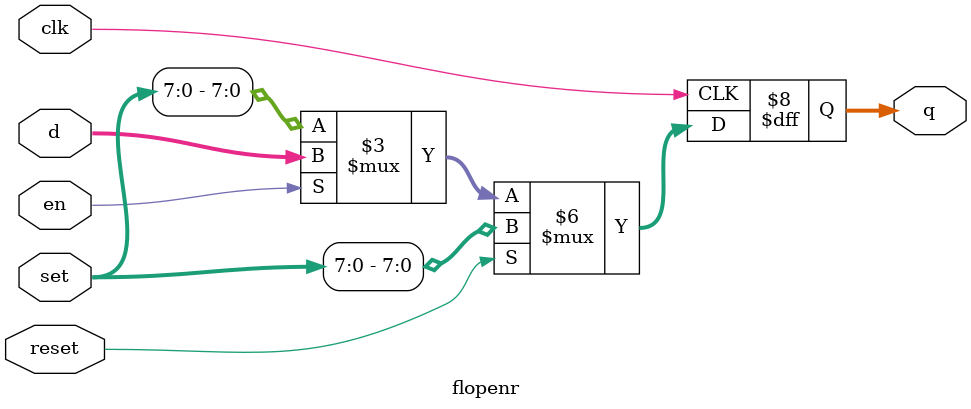
<source format=sv>
`timescale 1ns / 1ps
module flopenr #(parameter WIDTH = 8) (
  input  logic             clk, reset, en,
  input  logic [63:0] set,
  input  logic [WIDTH-1:0] d, 
  output logic [WIDTH-1:0] q);

  always_ff @(posedge clk)
    if (reset)   q <= #1 set;
    else if (en) q <= #1 d;
    else         q <= #1 set;
endmodule


</source>
